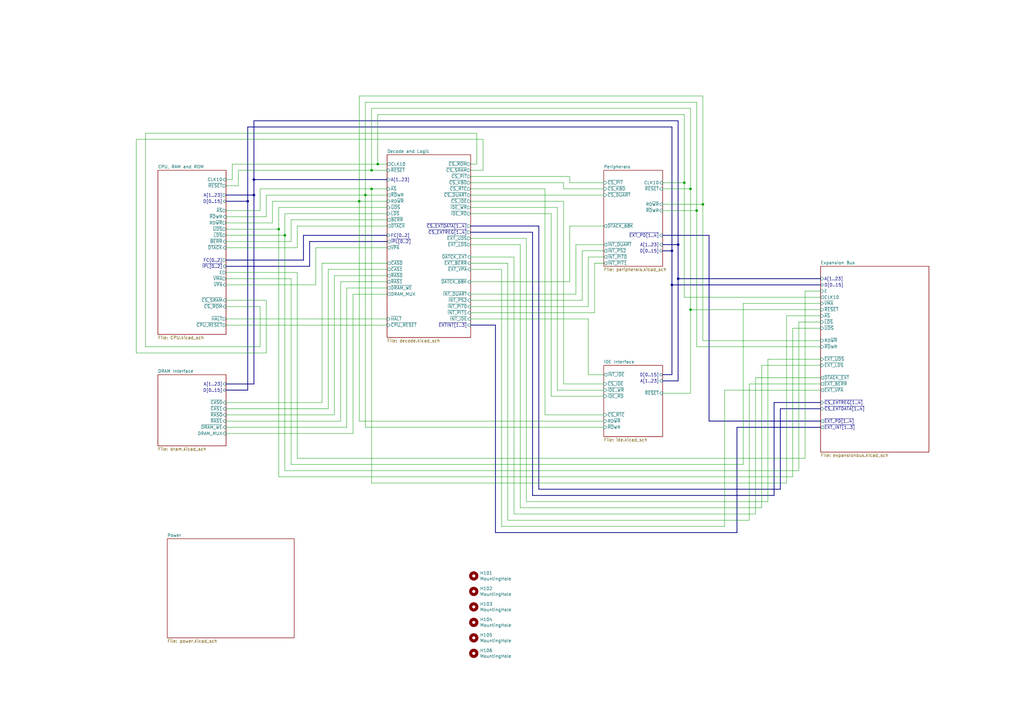
<source format=kicad_sch>
(kicad_sch (version 20211123) (generator eeschema)
  (paper "A3")
  (title_block (title "Y Ddraig") (company "Stephen Moody"))
  (lib_symbols
    (symbol "Mechanical:MountingHole" (pin_names (offset 1.016))
      (property "Reference" "H" (at 0 5.08 0))
      (property "Value" "MountingHole" (at 0 3.175 0))
      (symbol "MountingHole_0_1"
        (circle (center 0 0) (radius 1.27) (stroke (width 1.27)))
      )
    )
  )
  (junction (at 283.21 77.47))
  (junction (at 283.21 127))
  (junction (at 116.84 96.52))
  (junction (at 275.59 116.84))
  (junction (at 280.67 74.93))
  (junction (at 275.59 102.87))
  (junction (at 152.4 77.47))
  (junction (at 147.32 82.55))
  (junction (at 288.29 83.82))
  (junction (at 104.14 73.66))
  (junction (at 114.3 93.98))
  (junction (at 278.13 114.3))
  (junction (at 149.86 80.01))
  (junction (at 285.75 86.36))
  (junction (at 152.4 69.85))
  (junction (at 154.94 67.31))
  (junction (at 278.13 100.33))
  (junction (at 104.14 80.01))
  (junction (at 101.6 82.55))
  (wire (pts (xy 92.71 116.84) (xy 129.54 116.84)))
  (wire (pts (xy 247.65 105.41) (xy 241.3 105.41)))
  (wire (pts (xy 233.68 92.71) (xy 247.65 92.71)))
  (wire (pts (xy 193.04 130.81) (xy 241.3 130.81)))
  (bus (pts (xy 124.46 106.68) (xy 124.46 96.52)))
  (wire (pts (xy 92.71 73.66) (xy 95.25 73.66)))
  (wire (pts (xy 195.58 67.31) (xy 195.58 54.61)))
  (wire (pts (xy 152.4 198.12) (xy 152.4 77.47)))
  (bus (pts (xy 193.04 95.25) (xy 218.44 95.25)))
  (wire (pts (xy 121.92 111.76) (xy 121.92 187.96)))
  (wire (pts (xy 152.4 44.45) (xy 283.21 44.45)))
  (wire (pts (xy 137.16 113.03) (xy 137.16 170.18)))
  (wire (pts (xy 137.16 170.18) (xy 92.71 170.18)))
  (wire (pts (xy 149.86 80.01) (xy 109.22 80.01)))
  (wire (pts (xy 241.3 153.67) (xy 247.65 153.67)))
  (wire (pts (xy 147.32 82.55) (xy 147.32 172.72)))
  (wire (pts (xy 223.52 77.47) (xy 223.52 170.18)))
  (wire (pts (xy 241.3 125.73) (xy 193.04 125.73)))
  (bus (pts (xy 220.98 200.66) (xy 320.04 200.66)))
  (wire (pts (xy 198.12 69.85) (xy 193.04 69.85)))
  (bus (pts (xy 218.44 95.25) (xy 218.44 203.2)))
  (wire (pts (xy 144.78 120.65) (xy 158.75 120.65)))
  (wire (pts (xy 297.18 160.02) (xy 336.55 160.02)))
  (wire (pts (xy 243.84 107.95) (xy 247.65 107.95)))
  (wire (pts (xy 325.12 134.62) (xy 336.55 134.62)))
  (wire (pts (xy 285.75 86.36) (xy 271.78 86.36)))
  (wire (pts (xy 92.71 133.35) (xy 158.75 133.35)))
  (wire (pts (xy 132.08 165.1) (xy 92.71 165.1)))
  (wire (pts (xy 228.6 85.09) (xy 228.6 160.02)))
  (wire (pts (xy 158.75 92.71) (xy 121.92 92.71)))
  (wire (pts (xy 314.96 147.32) (xy 336.55 147.32)))
  (wire (pts (xy 210.82 105.41) (xy 210.82 210.82)))
  (wire (pts (xy 116.84 96.52) (xy 116.84 193.04)))
  (bus (pts (xy 101.6 52.07) (xy 275.59 52.07)))
  (wire (pts (xy 109.22 88.9) (xy 92.71 88.9)))
  (wire (pts (xy 322.58 129.54) (xy 322.58 198.12)))
  (wire (pts (xy 213.36 100.33) (xy 213.36 208.28)))
  (wire (pts (xy 92.71 96.52) (xy 116.84 96.52)))
  (bus (pts (xy 317.5 203.2) (xy 317.5 165.1)))
  (bus (pts (xy 158.75 96.52) (xy 124.46 96.52)))
  (wire (pts (xy 336.55 127) (xy 283.21 127)))
  (wire (pts (xy 330.2 119.38) (xy 336.55 119.38)))
  (wire (pts (xy 288.29 39.37) (xy 288.29 83.82)))
  (wire (pts (xy 312.42 208.28) (xy 312.42 149.86)))
  (wire (pts (xy 285.75 41.91) (xy 285.75 86.36)))
  (wire (pts (xy 139.7 115.57) (xy 158.75 115.57)))
  (wire (pts (xy 134.62 167.64) (xy 134.62 110.49)))
  (wire (pts (xy 142.24 175.26) (xy 142.24 118.11)))
  (bus (pts (xy 104.14 73.66) (xy 104.14 49.53)))
  (wire (pts (xy 195.58 67.31) (xy 193.04 67.31)))
  (wire (pts (xy 243.84 128.27) (xy 243.84 107.95)))
  (bus (pts (xy 320.04 200.66) (xy 320.04 167.64)))
  (wire (pts (xy 280.67 74.93) (xy 271.78 74.93)))
  (wire (pts (xy 121.92 187.96) (xy 330.2 187.96)))
  (wire (pts (xy 238.76 102.87) (xy 238.76 123.19)))
  (wire (pts (xy 97.79 76.2) (xy 92.71 76.2)))
  (wire (pts (xy 280.67 46.99) (xy 280.67 74.93)))
  (bus (pts (xy 158.75 99.06) (xy 127 99.06)))
  (wire (pts (xy 312.42 149.86) (xy 336.55 149.86)))
  (wire (pts (xy 106.68 77.47) (xy 152.4 77.47)))
  (wire (pts (xy 193.04 120.65) (xy 236.22 120.65)))
  (wire (pts (xy 106.68 77.47) (xy 106.68 86.36)))
  (wire (pts (xy 147.32 172.72) (xy 247.65 172.72)))
  (bus (pts (xy 275.59 102.87) (xy 271.78 102.87)))
  (wire (pts (xy 116.84 96.52) (xy 116.84 87.63)))
  (bus (pts (xy 104.14 49.53) (xy 278.13 49.53)))
  (wire (pts (xy 327.66 132.08) (xy 336.55 132.08)))
  (wire (pts (xy 92.71 130.81) (xy 158.75 130.81)))
  (wire (pts (xy 114.3 195.58) (xy 325.12 195.58)))
  (wire (pts (xy 307.34 157.48) (xy 336.55 157.48)))
  (bus (pts (xy 92.71 82.55) (xy 101.6 82.55)))
  (wire (pts (xy 215.9 205.74) (xy 314.96 205.74)))
  (wire (pts (xy 106.68 125.73) (xy 106.68 142.24)))
  (wire (pts (xy 92.71 177.8) (xy 144.78 177.8)))
  (bus (pts (xy 275.59 52.07) (xy 275.59 102.87)))
  (wire (pts (xy 152.4 198.12) (xy 322.58 198.12)))
  (wire (pts (xy 92.71 175.26) (xy 142.24 175.26)))
  (wire (pts (xy 228.6 160.02) (xy 247.65 160.02)))
  (wire (pts (xy 205.74 110.49) (xy 205.74 215.9)))
  (wire (pts (xy 92.71 93.98) (xy 114.3 93.98)))
  (wire (pts (xy 92.71 125.73) (xy 106.68 125.73)))
  (bus (pts (xy 220.98 92.71) (xy 220.98 200.66)))
  (wire (pts (xy 92.71 99.06) (xy 119.38 99.06)))
  (bus (pts (xy 278.13 49.53) (xy 278.13 100.33)))
  (wire (pts (xy 210.82 210.82) (xy 309.88 210.82)))
  (bus (pts (xy 317.5 165.1) (xy 336.55 165.1)))
  (wire (pts (xy 121.92 101.6) (xy 121.92 92.71)))
  (wire (pts (xy 92.71 111.76) (xy 121.92 111.76)))
  (wire (pts (xy 92.71 123.19) (xy 109.22 123.19)))
  (wire (pts (xy 109.22 123.19) (xy 109.22 144.78)))
  (wire (pts (xy 149.86 80.01) (xy 149.86 41.91)))
  (wire (pts (xy 129.54 116.84) (xy 129.54 101.6)))
  (wire (pts (xy 92.71 86.36) (xy 106.68 86.36)))
  (wire (pts (xy 247.65 100.33) (xy 236.22 100.33)))
  (wire (pts (xy 288.29 139.7) (xy 336.55 139.7)))
  (bus (pts (xy 302.26 218.44) (xy 203.2 218.44)))
  (wire (pts (xy 233.68 74.93) (xy 247.65 74.93)))
  (wire (pts (xy 283.21 77.47) (xy 283.21 127)))
  (wire (pts (xy 231.14 77.47) (xy 231.14 74.93)))
  (wire (pts (xy 193.04 115.57) (xy 233.68 115.57)))
  (wire (pts (xy 193.04 82.55) (xy 231.14 82.55)))
  (wire (pts (xy 147.32 82.55) (xy 147.32 39.37)))
  (bus (pts (xy 104.14 157.48) (xy 92.71 157.48)))
  (wire (pts (xy 119.38 99.06) (xy 119.38 90.17)))
  (wire (pts (xy 149.86 41.91) (xy 285.75 41.91)))
  (wire (pts (xy 114.3 93.98) (xy 114.3 85.09)))
  (wire (pts (xy 198.12 57.15) (xy 198.12 69.85)))
  (wire (pts (xy 147.32 39.37) (xy 288.29 39.37)))
  (wire (pts (xy 193.04 85.09) (xy 228.6 85.09)))
  (wire (pts (xy 223.52 170.18) (xy 247.65 170.18)))
  (wire (pts (xy 152.4 69.85) (xy 158.75 69.85)))
  (bus (pts (xy 302.26 175.26) (xy 302.26 218.44)))
  (wire (pts (xy 158.75 90.17) (xy 119.38 90.17)))
  (wire (pts (xy 226.06 87.63) (xy 226.06 162.56)))
  (wire (pts (xy 226.06 162.56) (xy 247.65 162.56)))
  (wire (pts (xy 149.86 175.26) (xy 247.65 175.26)))
  (wire (pts (xy 59.69 54.61) (xy 59.69 142.24)))
  (wire (pts (xy 147.32 82.55) (xy 111.76 82.55)))
  (bus (pts (xy 101.6 82.55) (xy 101.6 52.07)))
  (wire (pts (xy 336.55 129.54) (xy 322.58 129.54)))
  (bus (pts (xy 104.14 80.01) (xy 104.14 157.48)))
  (bus (pts (xy 127 109.22) (xy 127 99.06)))
  (bus (pts (xy 101.6 160.02) (xy 92.71 160.02)))
  (bus (pts (xy 101.6 82.55) (xy 101.6 160.02)))
  (wire (pts (xy 193.04 128.27) (xy 243.84 128.27)))
  (wire (pts (xy 285.75 142.24) (xy 336.55 142.24)))
  (bus (pts (xy 336.55 175.26) (xy 302.26 175.26)))
  (bus (pts (xy 104.14 73.66) (xy 104.14 80.01)))
  (wire (pts (xy 307.34 213.36) (xy 307.34 157.48)))
  (wire (pts (xy 158.75 113.03) (xy 137.16 113.03)))
  (wire (pts (xy 132.08 107.95) (xy 132.08 165.1)))
  (bus (pts (xy 278.13 100.33) (xy 271.78 100.33)))
  (wire (pts (xy 193.04 77.47) (xy 223.52 77.47)))
  (wire (pts (xy 152.4 69.85) (xy 152.4 44.45)))
  (wire (pts (xy 158.75 107.95) (xy 132.08 107.95)))
  (wire (pts (xy 95.25 67.31) (xy 154.94 67.31)))
  (wire (pts (xy 154.94 67.31) (xy 158.75 67.31)))
  (wire (pts (xy 314.96 205.74) (xy 314.96 147.32)))
  (bus (pts (xy 290.83 96.52) (xy 271.78 96.52)))
  (wire (pts (xy 208.28 213.36) (xy 307.34 213.36)))
  (wire (pts (xy 231.14 74.93) (xy 193.04 74.93)))
  (wire (pts (xy 158.75 87.63) (xy 116.84 87.63)))
  (wire (pts (xy 193.04 110.49) (xy 205.74 110.49)))
  (wire (pts (xy 247.65 77.47) (xy 231.14 77.47)))
  (wire (pts (xy 280.67 74.93) (xy 280.67 121.92)))
  (wire (pts (xy 233.68 72.39) (xy 233.68 74.93)))
  (wire (pts (xy 193.04 107.95) (xy 208.28 107.95)))
  (wire (pts (xy 304.8 124.46) (xy 336.55 124.46)))
  (bus (pts (xy 218.44 203.2) (xy 317.5 203.2)))
  (wire (pts (xy 193.04 123.19) (xy 238.76 123.19)))
  (wire (pts (xy 142.24 118.11) (xy 158.75 118.11)))
  (wire (pts (xy 92.71 172.72) (xy 139.7 172.72)))
  (bus (pts (xy 203.2 133.35) (xy 193.04 133.35)))
  (wire (pts (xy 304.8 190.5) (xy 304.8 124.46)))
  (wire (pts (xy 119.38 190.5) (xy 304.8 190.5)))
  (wire (pts (xy 158.75 82.55) (xy 147.32 82.55)))
  (wire (pts (xy 55.88 57.15) (xy 198.12 57.15)))
  (wire (pts (xy 241.3 105.41) (xy 241.3 125.73)))
  (wire (pts (xy 215.9 97.79) (xy 215.9 205.74)))
  (wire (pts (xy 158.75 85.09) (xy 114.3 85.09)))
  (wire (pts (xy 114.3 93.98) (xy 114.3 195.58)))
  (wire (pts (xy 92.71 91.44) (xy 111.76 91.44)))
  (wire (pts (xy 92.71 167.64) (xy 134.62 167.64)))
  (wire (pts (xy 193.04 105.41) (xy 210.82 105.41)))
  (wire (pts (xy 109.22 80.01) (xy 109.22 88.9)))
  (wire (pts (xy 111.76 91.44) (xy 111.76 82.55)))
  (bus (pts (xy 92.71 80.01) (xy 104.14 80.01)))
  (wire (pts (xy 158.75 101.6) (xy 129.54 101.6)))
  (bus (pts (xy 278.13 100.33) (xy 278.13 114.3)))
  (wire (pts (xy 283.21 127) (xy 283.21 161.29)))
  (wire (pts (xy 152.4 77.47) (xy 158.75 77.47)))
  (wire (pts (xy 55.88 144.78) (xy 109.22 144.78)))
  (wire (pts (xy 119.38 114.3) (xy 119.38 190.5)))
  (wire (pts (xy 134.62 110.49) (xy 158.75 110.49)))
  (bus (pts (xy 104.14 73.66) (xy 158.75 73.66)))
  (wire (pts (xy 193.04 80.01) (xy 247.65 80.01)))
  (wire (pts (xy 193.04 100.33) (xy 213.36 100.33)))
  (wire (pts (xy 283.21 77.47) (xy 271.78 77.47)))
  (wire (pts (xy 149.86 80.01) (xy 149.86 175.26)))
  (wire (pts (xy 97.79 69.85) (xy 152.4 69.85)))
  (bus (pts (xy 275.59 153.67) (xy 271.78 153.67)))
  (wire (pts (xy 154.94 67.31) (xy 154.94 46.99)))
  (wire (pts (xy 288.29 83.82) (xy 271.78 83.82)))
  (wire (pts (xy 92.71 101.6) (xy 121.92 101.6)))
  (wire (pts (xy 205.74 215.9) (xy 297.18 215.9)))
  (wire (pts (xy 297.18 215.9) (xy 297.18 160.02)))
  (bus (pts (xy 336.55 172.72) (xy 290.83 172.72)))
  (wire (pts (xy 97.79 76.2) (xy 97.79 69.85)))
  (wire (pts (xy 327.66 193.04) (xy 327.66 132.08)))
  (bus (pts (xy 320.04 167.64) (xy 336.55 167.64)))
  (wire (pts (xy 241.3 130.81) (xy 241.3 153.67)))
  (wire (pts (xy 92.71 114.3) (xy 119.38 114.3)))
  (wire (pts (xy 193.04 97.79) (xy 215.9 97.79)))
  (wire (pts (xy 193.04 72.39) (xy 233.68 72.39)))
  (wire (pts (xy 309.88 154.94) (xy 336.55 154.94)))
  (wire (pts (xy 309.88 210.82) (xy 309.88 154.94)))
  (wire (pts (xy 59.69 54.61) (xy 195.58 54.61)))
  (wire (pts (xy 247.65 102.87) (xy 238.76 102.87)))
  (wire (pts (xy 283.21 44.45) (xy 283.21 77.47)))
  (bus (pts (xy 203.2 218.44) (xy 203.2 133.35)))
  (bus (pts (xy 275.59 116.84) (xy 275.59 153.67)))
  (wire (pts (xy 288.29 83.82) (xy 288.29 139.7)))
  (wire (pts (xy 55.88 144.78) (xy 55.88 57.15)))
  (wire (pts (xy 154.94 46.99) (xy 280.67 46.99)))
  (bus (pts (xy 92.71 106.68) (xy 124.46 106.68)))
  (wire (pts (xy 285.75 86.36) (xy 285.75 142.24)))
  (wire (pts (xy 231.14 82.55) (xy 231.14 157.48)))
  (bus (pts (xy 290.83 172.72) (xy 290.83 96.52)))
  (wire (pts (xy 325.12 195.58) (xy 325.12 134.62)))
  (bus (pts (xy 336.55 116.84) (xy 275.59 116.84)))
  (wire (pts (xy 283.21 161.29) (xy 271.78 161.29)))
  (wire (pts (xy 330.2 187.96) (xy 330.2 119.38)))
  (wire (pts (xy 236.22 100.33) (xy 236.22 120.65)))
  (wire (pts (xy 59.69 142.24) (xy 106.68 142.24)))
  (wire (pts (xy 208.28 107.95) (xy 208.28 213.36)))
  (bus (pts (xy 92.71 109.22) (xy 127 109.22)))
  (bus (pts (xy 275.59 102.87) (xy 275.59 116.84)))
  (wire (pts (xy 139.7 172.72) (xy 139.7 115.57)))
  (bus (pts (xy 336.55 114.3) (xy 278.13 114.3)))
  (wire (pts (xy 280.67 121.92) (xy 336.55 121.92)))
  (wire (pts (xy 213.36 208.28) (xy 312.42 208.28)))
  (wire (pts (xy 247.65 157.48) (xy 231.14 157.48)))
  (bus (pts (xy 193.04 92.71) (xy 220.98 92.71)))
  (wire (pts (xy 233.68 115.57) (xy 233.68 92.71)))
  (wire (pts (xy 158.75 80.01) (xy 149.86 80.01)))
  (bus (pts (xy 278.13 156.21) (xy 271.78 156.21)))
  (bus (pts (xy 278.13 114.3) (xy 278.13 156.21)))
  (wire (pts (xy 116.84 193.04) (xy 327.66 193.04)))
  (wire (pts (xy 95.25 67.31) (xy 95.25 73.66)))
  (wire (pts (xy 144.78 177.8) (xy 144.78 120.65)))
  (wire (pts (xy 193.04 87.63) (xy 226.06 87.63)))
  (symbol (lib_id "Mechanical:MountingHole") (at 194.31 236.22 0) (unit 1)
    (property "Reference" "H101" (at 196.85 235.0516 0) (effects (justify left)))
    (property "Value" "MountingHole" (at 196.85 237.363 0) (effects (justify left)))
    (property "Footprint" "MountingHole:MountingHole_4.3mm_M4" (effects hide))
  )
  (symbol (lib_id "Mechanical:MountingHole") (at 194.31 242.57 0) (unit 1)
    (property "Reference" "H102" (at 196.85 241.4016 0) (effects (justify left)))
    (property "Value" "MountingHole" (at 196.85 243.713 0) (effects (justify left)))
    (property "Footprint" "MountingHole:MountingHole_4.3mm_M4" (effects hide))
  )
  (symbol (lib_id "Mechanical:MountingHole") (at 194.31 248.92 0) (unit 1)
    (property "Reference" "H103" (at 196.85 247.7516 0) (effects (justify left)))
    (property "Value" "MountingHole" (at 196.85 250.063 0) (effects (justify left)))
    (property "Footprint" "MountingHole:MountingHole_4.3mm_M4" (effects hide))
  )
  (symbol (lib_id "Mechanical:MountingHole") (at 194.31 255.27 0) (unit 1)
    (property "Reference" "H104" (at 196.85 254.1016 0) (effects (justify left)))
    (property "Value" "MountingHole" (at 196.85 256.413 0) (effects (justify left)))
    (property "Footprint" "MountingHole:MountingHole_4.3mm_M4" (effects hide))
  )
  (symbol (lib_id "Mechanical:MountingHole") (at 194.31 261.62 0) (unit 1)
    (property "Reference" "H105" (at 196.85 260.4516 0) (effects (justify left)))
    (property "Value" "MountingHole" (at 196.85 262.763 0) (effects (justify left)))
    (property "Footprint" "MountingHole:MountingHole_4.3mm_M4" (effects hide))
  )
  (symbol (lib_id "Mechanical:MountingHole") (at 194.31 267.97 0) (unit 1)
    (property "Reference" "H106" (at 196.85 266.8016 0) (effects (justify left)))
    (property "Value" "MountingHole" (at 196.85 269.113 0) (effects (justify left)))
    (property "Footprint" "MountingHole:MountingHole_4.3mm_M4" (effects hide))
  )
  (sheet (at 68.58 220.98) (size 52.07 40.64)
    (property "Sheet name" "Power" (at 68.58 220.2684 0) (effects (justify left bottom)))
    (property "Sheet file" "power.kicad_sch" (at 68.58 262.2046 0) (effects (justify left top)))
  )
  (sheet (at 247.65 69.85) (size 24.13 39.37)
    (property "Sheet name" "Peripherals" (at 247.65 69.1384 0) (effects (justify left bottom)))
    (property "Sheet file" "peripherals.kicad_sch" (at 247.65 109.8046 0) (effects (justify left top)))
    (pin "~{INT_PS2}" output (at 247.65 102.87 180))
    (pin "RD~{WR}" input (at 271.78 83.82 0))
    (pin "~{RD}WR" input (at 271.78 86.36 0))
    (pin "~{CS_KBD}" input (at 247.65 77.47 180))
    (pin "~{RESET}" input (at 271.78 77.47 0))
    (pin "~{DTACK_68K}" output (at 247.65 92.71 180))
    (pin "CLK10" input (at 271.78 74.93 0))
    (pin "~{CS_PIT}" input (at 247.65 74.93 180))
    (pin "~{CS_DUART}" input (at 247.65 80.01 180))
    (pin "~{INT_DUART}" output (at 247.65 100.33 180))
    (pin "A[1..23]" input (at 271.78 100.33 0))
    (pin "D[0..15]" bidirectional (at 271.78 102.87 0))
    (pin "~{EXT_PD[1..4]}" input (at 271.78 96.52 0))
    (pin "~{INT_PIT0}" output (at 247.65 105.41 180))
    (pin "~{INT_PIT1}" output (at 247.65 107.95 180))
  )
  (sheet (at 64.77 153.67) (size 27.94 29.21)
    (property "Sheet name" "DRAM Interface" (at 64.77 152.9584 0) (effects (justify left bottom)))
    (property "Sheet file" "dram.kicad_sch" (at 64.77 183.4646 0) (effects (justify left top)))
    (pin "D[0..15]" bidirectional (at 92.71 160.02 0))
    (pin "A[1..23]" input (at 92.71 157.48 0))
    (pin "~{CAS0}" input (at 92.71 165.1 0))
    (pin "~{CAS1}" input (at 92.71 167.64 0))
    (pin "~{RAS0}" input (at 92.71 170.18 0))
    (pin "~{RAS1}" input (at 92.71 172.72 0))
    (pin "~{DRAM_WE}" input (at 92.71 175.26 0))
    (pin "DRAM_MUX" input (at 92.71 177.8 0))
  )
  (sheet (at 64.77 69.85) (size 27.94 67.31)
    (property "Sheet name" "CPU, RAM and ROM" (at 64.77 69.1384 0) (effects (justify left bottom)))
    (property "Sheet file" "CPU.kicad_sch" (at 64.77 137.7446 0) (effects (justify left top)))
    (pin "A[1..23]" output (at 92.71 80.01 0))
    (pin "D[0..15]" bidirectional (at 92.71 82.55 0))
    (pin "~{AS}" output (at 92.71 86.36 0))
    (pin "~{UDS}" output (at 92.71 93.98 0))
    (pin "~{LDS}" output (at 92.71 96.52 0))
    (pin "RD~{WR}" output (at 92.71 91.44 0))
    (pin "CLK10" input (at 92.71 73.66 0))
    (pin "~{VPA}" input (at 92.71 116.84 0))
    (pin "~{RESET}" output (at 92.71 76.2 0))
    (pin "~{CS_SRAM}" input (at 92.71 123.19 0))
    (pin "~{CS_ROM}" input (at 92.71 125.73 0))
    (pin "~{IPL[0..2]}" input (at 92.71 109.22 0))
    (pin "FC[0..2]" output (at 92.71 106.68 0))
    (pin "~{BERR}" input (at 92.71 99.06 0))
    (pin "~{DTACK}" input (at 92.71 101.6 0))
    (pin "~{HALT}" output (at 92.71 130.81 0))
    (pin "~{CPU_RESET}" output (at 92.71 133.35 0))
    (pin "~{RD}WR" input (at 92.71 88.9 0))
    (pin "~{VMA}" output (at 92.71 114.3 0))
    (pin "E" output (at 92.71 111.76 0))
  )
  (sheet (at 336.55 109.22) (size 44.45 76.2)
    (property "Sheet name" "Expansion Bus" (at 336.55 108.5084 0) (effects (justify left bottom)))
    (property "Sheet file" "expansionbus.kicad_sch" (at 336.55 186.0046 0) (effects (justify left top)))
    (pin "~{DTACK_EXT}" output (at 336.55 154.94 180))
    (pin "D[0..15]" bidirectional (at 336.55 116.84 180))
    (pin "CLK10" output (at 336.55 121.92 180))
    (pin "~{RESET}" input (at 336.55 127 180))
    (pin "~{AS}" input (at 336.55 129.54 180))
    (pin "~{LDS}" input (at 336.55 132.08 180))
    (pin "~{UDS}" input (at 336.55 134.62 180))
    (pin "RD~{WR}" input (at 336.55 139.7 180))
    (pin "~{RD}WR" input (at 336.55 142.24 180))
    (pin "~{CS_EXTREG[1..4]}" input (at 336.55 165.1 180))
    (pin "~{CS_EXTDATA[1..4]}" input (at 336.55 167.64 180))
    (pin "~{EXT_UDS}" input (at 336.55 147.32 180))
    (pin "~{EXT_LDS}" input (at 336.55 149.86 180))
    (pin "~{EXT_PD[1..4]}" output (at 336.55 172.72 180))
    (pin "~{EXT_INT[1..3]}" output (at 336.55 175.26 180))
    (pin "~{EXT_BERR}" output (at 336.55 157.48 180))
    (pin "A[1..23]" input (at 336.55 114.3 180))
    (pin "~{VMA}" input (at 336.55 124.46 180))
    (pin "~{EXT_VPA}" output (at 336.55 160.02 180))
    (pin "E" input (at 336.55 119.38 180))
  )
  (sheet (at 247.65 149.86) (size 24.13 29.21)
    (property "Sheet name" "IDE Interface" (at 247.65 149.1484 0) (effects (justify left bottom)))
    (property "Sheet file" "ide.kicad_sch" (at 247.65 179.6546 0) (effects (justify left top)))
    (pin "D[0..15]" bidirectional (at 271.78 153.67 0))
    (pin "A[1..23]" input (at 271.78 156.21 0))
    (pin "~{IDE_WR}" input (at 247.65 160.02 180))
    (pin "~{IDE_RD}" input (at 247.65 162.56 180))
    (pin "~{RESET}" input (at 271.78 161.29 0))
    (pin "~{CS_IDE}" input (at 247.65 157.48 180))
    (pin "~{INT_IDE}" output (at 247.65 153.67 180))
    (pin "~{CS_RTC}" input (at 247.65 170.18 180))
    (pin "RD~{WR}" input (at 247.65 172.72 180))
    (pin "~{RD}WR" input (at 247.65 175.26 180))
  )
  (sheet (at 158.75 63.5) (size 34.29 74.93)
    (property "Sheet name" "Decode and Logic" (at 158.75 62.7884 0) (effects (justify left bottom)))
    (property "Sheet file" "decode.kicad_sch" (at 158.75 139.0146 0) (effects (justify left top)))
    (pin "CLK10" output (at 158.75 67.31 180))
    (pin "~{RESET}" input (at 158.75 69.85 180))
    (pin "A[1..23]" input (at 158.75 73.66 180))
    (pin "~{AS}" input (at 158.75 77.47 180))
    (pin "RD~{WR}" input (at 158.75 82.55 180))
    (pin "~{UDS}" input (at 158.75 85.09 180))
    (pin "~{LDS}" input (at 158.75 87.63 180))
    (pin "FC[0..2]" input (at 158.75 96.52 180))
    (pin "~{IPL[0..2]}" output (at 158.75 99.06 180))
    (pin "~{VPA}" output (at 158.75 101.6 180))
    (pin "~{CS_ROM}" output (at 193.04 67.31 0))
    (pin "~{CS_SRAM}" output (at 193.04 69.85 0))
    (pin "~{CS_EXTDATA[1..4]}" output (at 193.04 92.71 0))
    (pin "~{CS_EXTREG[1..4]}" output (at 193.04 95.25 0))
    (pin "~{CS_DUART}" output (at 193.04 80.01 0))
    (pin "~{IDE_WR}" output (at 193.04 85.09 0))
    (pin "~{IDE_RD}" output (at 193.04 87.63 0))
    (pin "~{CS_IDE}" output (at 193.04 82.55 0))
    (pin "~{CS_RTC}" output (at 193.04 77.47 0))
    (pin "~{BERR}" output (at 158.75 90.17 180))
    (pin "~{CS_PIT}" output (at 193.04 72.39 0))
    (pin "~{CS_KBD}" output (at 193.04 74.93 0))
    (pin "~{RAS1}" output (at 158.75 115.57 180))
    (pin "~{RAS0}" output (at 158.75 113.03 180))
    (pin "~{CAS0}" output (at 158.75 107.95 180))
    (pin "~{CAS1}" output (at 158.75 110.49 180))
    (pin "~{DRAM_WE}" output (at 158.75 118.11 180))
    (pin "DRAM_MUX" output (at 158.75 120.65 180))
    (pin "~{EXT_UDS}" output (at 193.04 97.79 0))
    (pin "~{EXT_LDS}" output (at 193.04 100.33 0))
    (pin "~{INT_IDE}" input (at 193.04 130.81 0))
    (pin "~{INT_DUART}" input (at 193.04 120.65 0))
    (pin "~{INT_PS2}" input (at 193.04 123.19 0))
    (pin "~{DATCK_68K}" input (at 193.04 115.57 0))
    (pin "~{DTACK}" output (at 158.75 92.71 180))
    (pin "~{DATCK_EXT}" input (at 193.04 105.41 0))
    (pin "~{RD}WR" output (at 158.75 80.01 180))
    (pin "~{EXTINT[1..3]}" input (at 193.04 133.35 0))
    (pin "~{EXT_BERR}" input (at 193.04 107.95 0))
    (pin "~{CPU_RESET}" input (at 158.75 133.35 180))
    (pin "~{HALT}" input (at 158.75 130.81 180))
    (pin "~{EXT_VPA}" input (at 193.04 110.49 0))
    (pin "~{INT_PIT0}" input (at 193.04 125.73 0))
    (pin "~{INT_PIT1}" input (at 193.04 128.27 0))
  )
)
</source>
